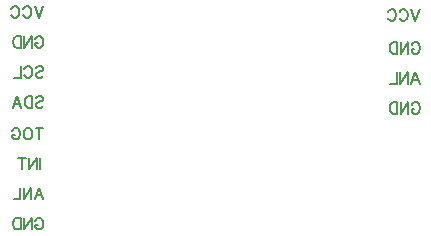
<source format=gbo>
G04 Layer: BottomSilkLayer*
G04 EasyEDA v6.3.22, 2020-01-17T17:02:50--8:00*
G04 00b4f696a6e84f9c838c38f8efb8d84c,fa4d7a5b45b64ba9a5df01c69efcfd0a,10*
G04 Gerber Generator version 0.2*
G04 Scale: 100 percent, Rotated: No, Reflected: No *
G04 Dimensions in millimeters *
G04 leading zeros omitted , absolute positions ,3 integer and 3 decimal *
%FSLAX33Y33*%
%MOMM*%
G90*
G71D02*

%ADD23C,0.200000*%

%LPD*%
G54D23*
G01X6858Y29076D02*
G01X6494Y28121D01*
G01X6130Y29076D02*
G01X6494Y28121D01*
G01X5148Y28848D02*
G01X5194Y28939D01*
G01X5285Y29030D01*
G01X5376Y29076D01*
G01X5558Y29076D01*
G01X5648Y29030D01*
G01X5739Y28939D01*
G01X5785Y28848D01*
G01X5830Y28712D01*
G01X5830Y28485D01*
G01X5785Y28348D01*
G01X5739Y28257D01*
G01X5648Y28166D01*
G01X5558Y28121D01*
G01X5376Y28121D01*
G01X5285Y28166D01*
G01X5194Y28257D01*
G01X5148Y28348D01*
G01X4167Y28848D02*
G01X4212Y28939D01*
G01X4303Y29030D01*
G01X4394Y29076D01*
G01X4576Y29076D01*
G01X4667Y29030D01*
G01X4758Y28939D01*
G01X4803Y28848D01*
G01X4848Y28712D01*
G01X4848Y28485D01*
G01X4803Y28348D01*
G01X4758Y28257D01*
G01X4667Y28166D01*
G01X4576Y28121D01*
G01X4394Y28121D01*
G01X4303Y28166D01*
G01X4212Y28257D01*
G01X4167Y28348D01*
G01X6176Y26308D02*
G01X6221Y26399D01*
G01X6312Y26490D01*
G01X6403Y26536D01*
G01X6585Y26536D01*
G01X6676Y26490D01*
G01X6767Y26399D01*
G01X6812Y26308D01*
G01X6858Y26172D01*
G01X6858Y25945D01*
G01X6812Y25808D01*
G01X6767Y25717D01*
G01X6676Y25626D01*
G01X6585Y25581D01*
G01X6403Y25581D01*
G01X6312Y25626D01*
G01X6221Y25717D01*
G01X6176Y25808D01*
G01X6176Y25945D01*
G01X6403Y25945D02*
G01X6176Y25945D01*
G01X5876Y26536D02*
G01X5876Y25581D01*
G01X5876Y26536D02*
G01X5239Y25581D01*
G01X5239Y26536D02*
G01X5239Y25581D01*
G01X4939Y26536D02*
G01X4939Y25581D01*
G01X4939Y26536D02*
G01X4621Y26536D01*
G01X4485Y26490D01*
G01X4394Y26399D01*
G01X4348Y26308D01*
G01X4303Y26172D01*
G01X4303Y25945D01*
G01X4348Y25808D01*
G01X4394Y25717D01*
G01X4485Y25626D01*
G01X4621Y25581D01*
G01X4939Y25581D01*
G01X6221Y23859D02*
G01X6312Y23950D01*
G01X6448Y23996D01*
G01X6630Y23996D01*
G01X6767Y23950D01*
G01X6858Y23859D01*
G01X6858Y23768D01*
G01X6812Y23677D01*
G01X6767Y23632D01*
G01X6676Y23586D01*
G01X6403Y23496D01*
G01X6312Y23450D01*
G01X6267Y23405D01*
G01X6221Y23314D01*
G01X6221Y23177D01*
G01X6312Y23086D01*
G01X6448Y23041D01*
G01X6630Y23041D01*
G01X6767Y23086D01*
G01X6858Y23177D01*
G01X5239Y23768D02*
G01X5285Y23859D01*
G01X5376Y23950D01*
G01X5467Y23996D01*
G01X5648Y23996D01*
G01X5739Y23950D01*
G01X5830Y23859D01*
G01X5876Y23768D01*
G01X5921Y23632D01*
G01X5921Y23405D01*
G01X5876Y23268D01*
G01X5830Y23177D01*
G01X5739Y23086D01*
G01X5648Y23041D01*
G01X5467Y23041D01*
G01X5376Y23086D01*
G01X5285Y23177D01*
G01X5239Y23268D01*
G01X4939Y23996D02*
G01X4939Y23041D01*
G01X4939Y23041D02*
G01X4394Y23041D01*
G01X6221Y21319D02*
G01X6312Y21410D01*
G01X6448Y21456D01*
G01X6630Y21456D01*
G01X6767Y21410D01*
G01X6858Y21319D01*
G01X6858Y21228D01*
G01X6812Y21137D01*
G01X6767Y21092D01*
G01X6676Y21046D01*
G01X6403Y20956D01*
G01X6312Y20910D01*
G01X6267Y20865D01*
G01X6221Y20774D01*
G01X6221Y20637D01*
G01X6312Y20546D01*
G01X6448Y20501D01*
G01X6630Y20501D01*
G01X6767Y20546D01*
G01X6858Y20637D01*
G01X5921Y21456D02*
G01X5921Y20501D01*
G01X5921Y21456D02*
G01X5603Y21456D01*
G01X5467Y21410D01*
G01X5376Y21319D01*
G01X5330Y21228D01*
G01X5285Y21092D01*
G01X5285Y20865D01*
G01X5330Y20728D01*
G01X5376Y20637D01*
G01X5467Y20546D01*
G01X5603Y20501D01*
G01X5921Y20501D01*
G01X4621Y21456D02*
G01X4985Y20501D01*
G01X4621Y21456D02*
G01X4258Y20501D01*
G01X4848Y20819D02*
G01X4394Y20819D01*
G01X6539Y18789D02*
G01X6539Y17834D01*
G01X6858Y18789D02*
G01X6221Y18789D01*
G01X5648Y18789D02*
G01X5739Y18743D01*
G01X5830Y18652D01*
G01X5876Y18561D01*
G01X5921Y18425D01*
G01X5921Y18198D01*
G01X5876Y18061D01*
G01X5830Y17970D01*
G01X5739Y17879D01*
G01X5648Y17834D01*
G01X5467Y17834D01*
G01X5376Y17879D01*
G01X5285Y17970D01*
G01X5239Y18061D01*
G01X5194Y18198D01*
G01X5194Y18425D01*
G01X5239Y18561D01*
G01X5285Y18652D01*
G01X5376Y18743D01*
G01X5467Y18789D01*
G01X5648Y18789D01*
G01X4212Y18561D02*
G01X4258Y18652D01*
G01X4348Y18743D01*
G01X4439Y18789D01*
G01X4621Y18789D01*
G01X4712Y18743D01*
G01X4803Y18652D01*
G01X4848Y18561D01*
G01X4894Y18425D01*
G01X4894Y18198D01*
G01X4848Y18061D01*
G01X4803Y17970D01*
G01X4712Y17879D01*
G01X4621Y17834D01*
G01X4439Y17834D01*
G01X4348Y17879D01*
G01X4258Y17970D01*
G01X4212Y18061D01*
G01X4212Y18198D01*
G01X4439Y18198D02*
G01X4212Y18198D01*
G01X6604Y16249D02*
G01X6604Y15294D01*
G01X6304Y16249D02*
G01X6304Y15294D01*
G01X6304Y16249D02*
G01X5667Y15294D01*
G01X5667Y16249D02*
G01X5667Y15294D01*
G01X5049Y16249D02*
G01X5049Y15294D01*
G01X5367Y16249D02*
G01X4731Y16249D01*
G01X6494Y13709D02*
G01X6858Y12754D01*
G01X6494Y13709D02*
G01X6130Y12754D01*
G01X6721Y13072D02*
G01X6267Y13072D01*
G01X5830Y13709D02*
G01X5830Y12754D01*
G01X5830Y13709D02*
G01X5194Y12754D01*
G01X5194Y13709D02*
G01X5194Y12754D01*
G01X4894Y13709D02*
G01X4894Y12754D01*
G01X4894Y12754D02*
G01X4348Y12754D01*
G01X6176Y10941D02*
G01X6221Y11032D01*
G01X6312Y11123D01*
G01X6403Y11169D01*
G01X6585Y11169D01*
G01X6676Y11123D01*
G01X6767Y11032D01*
G01X6812Y10941D01*
G01X6858Y10805D01*
G01X6858Y10578D01*
G01X6812Y10441D01*
G01X6767Y10350D01*
G01X6676Y10259D01*
G01X6585Y10214D01*
G01X6403Y10214D01*
G01X6312Y10259D01*
G01X6221Y10350D01*
G01X6176Y10441D01*
G01X6176Y10578D01*
G01X6403Y10578D02*
G01X6176Y10578D01*
G01X5876Y11169D02*
G01X5876Y10214D01*
G01X5876Y11169D02*
G01X5239Y10214D01*
G01X5239Y11169D02*
G01X5239Y10214D01*
G01X4939Y11169D02*
G01X4939Y10214D01*
G01X4939Y11169D02*
G01X4621Y11169D01*
G01X4485Y11123D01*
G01X4394Y11032D01*
G01X4348Y10941D01*
G01X4303Y10805D01*
G01X4303Y10578D01*
G01X4348Y10441D01*
G01X4394Y10350D01*
G01X4485Y10259D01*
G01X4621Y10214D01*
G01X4939Y10214D01*
G01X38735Y28822D02*
G01X38371Y27867D01*
G01X38007Y28822D02*
G01X38371Y27867D01*
G01X37025Y28594D02*
G01X37071Y28685D01*
G01X37162Y28776D01*
G01X37253Y28822D01*
G01X37435Y28822D01*
G01X37525Y28776D01*
G01X37616Y28685D01*
G01X37662Y28594D01*
G01X37707Y28458D01*
G01X37707Y28231D01*
G01X37662Y28094D01*
G01X37616Y28003D01*
G01X37525Y27912D01*
G01X37435Y27867D01*
G01X37253Y27867D01*
G01X37162Y27912D01*
G01X37071Y28003D01*
G01X37025Y28094D01*
G01X36044Y28594D02*
G01X36089Y28685D01*
G01X36180Y28776D01*
G01X36271Y28822D01*
G01X36453Y28822D01*
G01X36544Y28776D01*
G01X36635Y28685D01*
G01X36680Y28594D01*
G01X36725Y28458D01*
G01X36725Y28231D01*
G01X36680Y28094D01*
G01X36635Y28003D01*
G01X36544Y27912D01*
G01X36453Y27867D01*
G01X36271Y27867D01*
G01X36180Y27912D01*
G01X36089Y28003D01*
G01X36044Y28094D01*
G01X38053Y25800D02*
G01X38098Y25891D01*
G01X38189Y25982D01*
G01X38280Y26028D01*
G01X38462Y26028D01*
G01X38553Y25982D01*
G01X38644Y25891D01*
G01X38689Y25800D01*
G01X38735Y25664D01*
G01X38735Y25437D01*
G01X38689Y25300D01*
G01X38644Y25209D01*
G01X38553Y25118D01*
G01X38462Y25073D01*
G01X38280Y25073D01*
G01X38189Y25118D01*
G01X38098Y25209D01*
G01X38053Y25300D01*
G01X38053Y25437D01*
G01X38280Y25437D02*
G01X38053Y25437D01*
G01X37753Y26028D02*
G01X37753Y25073D01*
G01X37753Y26028D02*
G01X37116Y25073D01*
G01X37116Y26028D02*
G01X37116Y25073D01*
G01X36816Y26028D02*
G01X36816Y25073D01*
G01X36816Y26028D02*
G01X36498Y26028D01*
G01X36362Y25982D01*
G01X36271Y25891D01*
G01X36225Y25800D01*
G01X36180Y25664D01*
G01X36180Y25437D01*
G01X36225Y25300D01*
G01X36271Y25209D01*
G01X36362Y25118D01*
G01X36498Y25073D01*
G01X36816Y25073D01*
G01X38371Y23488D02*
G01X38735Y22533D01*
G01X38371Y23488D02*
G01X38007Y22533D01*
G01X38598Y22851D02*
G01X38144Y22851D01*
G01X37707Y23488D02*
G01X37707Y22533D01*
G01X37707Y23488D02*
G01X37071Y22533D01*
G01X37071Y23488D02*
G01X37071Y22533D01*
G01X36771Y23488D02*
G01X36771Y22533D01*
G01X36771Y22533D02*
G01X36225Y22533D01*
G01X38053Y20720D02*
G01X38098Y20811D01*
G01X38189Y20902D01*
G01X38280Y20948D01*
G01X38462Y20948D01*
G01X38553Y20902D01*
G01X38644Y20811D01*
G01X38689Y20720D01*
G01X38735Y20584D01*
G01X38735Y20357D01*
G01X38689Y20220D01*
G01X38644Y20129D01*
G01X38553Y20038D01*
G01X38462Y19993D01*
G01X38280Y19993D01*
G01X38189Y20038D01*
G01X38098Y20129D01*
G01X38053Y20220D01*
G01X38053Y20357D01*
G01X38280Y20357D02*
G01X38053Y20357D01*
G01X37753Y20948D02*
G01X37753Y19993D01*
G01X37753Y20948D02*
G01X37116Y19993D01*
G01X37116Y20948D02*
G01X37116Y19993D01*
G01X36816Y20948D02*
G01X36816Y19993D01*
G01X36816Y20948D02*
G01X36498Y20948D01*
G01X36362Y20902D01*
G01X36271Y20811D01*
G01X36225Y20720D01*
G01X36180Y20584D01*
G01X36180Y20357D01*
G01X36225Y20220D01*
G01X36271Y20129D01*
G01X36362Y20038D01*
G01X36498Y19993D01*
G01X36816Y19993D01*
M00*
M02*

</source>
